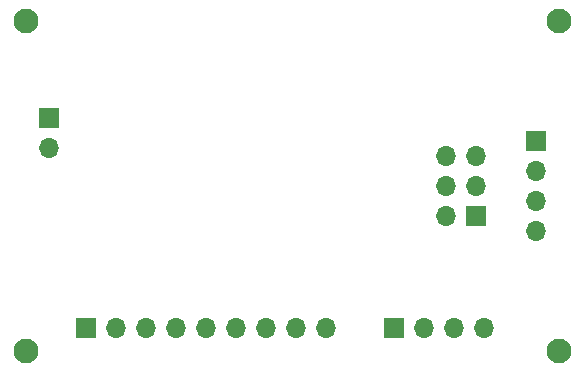
<source format=gbs>
%TF.GenerationSoftware,KiCad,Pcbnew,8.0.7*%
%TF.CreationDate,2025-02-10T19:55:19+01:00*%
%TF.ProjectId,0004-MCU-Datalogger,30303034-2d4d-4435-952d-446174616c6f,1*%
%TF.SameCoordinates,Original*%
%TF.FileFunction,Soldermask,Bot*%
%TF.FilePolarity,Negative*%
%FSLAX46Y46*%
G04 Gerber Fmt 4.6, Leading zero omitted, Abs format (unit mm)*
G04 Created by KiCad (PCBNEW 8.0.7) date 2025-02-10 19:55:19*
%MOMM*%
%LPD*%
G01*
G04 APERTURE LIST*
%ADD10C,2.100000*%
%ADD11R,1.700000X1.700000*%
%ADD12O,1.700000X1.700000*%
G04 APERTURE END LIST*
D10*
%TO.C,H3*%
X167640000Y-59690000D03*
%TD*%
D11*
%TO.C,BT1*%
X124460000Y-67945000D03*
D12*
X124460000Y-70485000D03*
%TD*%
D11*
%TO.C,J3*%
X127645000Y-85725000D03*
D12*
X130185000Y-85725000D03*
X132725000Y-85725000D03*
X135265000Y-85725000D03*
X137805000Y-85725000D03*
X140345000Y-85725000D03*
X142885000Y-85725000D03*
X145425000Y-85725000D03*
X147965000Y-85725000D03*
%TD*%
D11*
%TO.C,J4*%
X160655000Y-76185000D03*
D12*
X158115000Y-76185000D03*
X160655000Y-73645000D03*
X158115000Y-73645000D03*
X160655000Y-71105000D03*
X158115000Y-71105000D03*
%TD*%
D11*
%TO.C,J1*%
X165735000Y-69850000D03*
D12*
X165735000Y-72390000D03*
X165735000Y-74930000D03*
X165735000Y-77470000D03*
%TD*%
D11*
%TO.C,J2*%
X153670000Y-85725000D03*
D12*
X156210000Y-85725000D03*
X158750000Y-85725000D03*
X161290000Y-85725000D03*
%TD*%
D10*
%TO.C,H4*%
X167640000Y-87630000D03*
%TD*%
%TO.C,H2*%
X122555000Y-87630000D03*
%TD*%
%TO.C,H1*%
X122555000Y-59690000D03*
%TD*%
M02*

</source>
